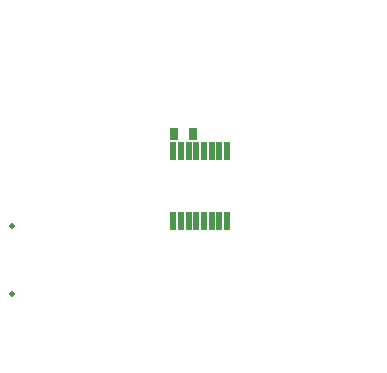
<source format=gbs>
G04*
G04 #@! TF.GenerationSoftware,Altium Limited,Altium Designer,26.1.1 (7)*
G04*
G04 Layer_Color=16711935*
%FSLAX44Y44*%
%MOMM*%
G71*
G04*
G04 #@! TF.SameCoordinates,CD2F593A-4D2A-49AD-B025-98148D784466*
G04*
G04*
G04 #@! TF.FilePolarity,Negative*
G04*
G01*
G75*
%ADD91C,0.4750*%
%ADD92C,0.1270*%
%ADD108R,0.8000X1.0000*%
%ADD109R,0.6000X1.6250*%
D91*
X-159390Y-33330D02*
D03*
Y-91130D02*
D03*
D92*
X150000Y-150000D02*
D03*
X-150000Y150000D02*
D03*
X150000Y150000D02*
D03*
X-150000Y-150000D02*
D03*
D108*
X-5970Y44450D02*
D03*
X-21970D02*
D03*
D109*
X22693Y29625D02*
D03*
X16193D02*
D03*
X9693D02*
D03*
X3193D02*
D03*
X-3307D02*
D03*
X-9807D02*
D03*
X-16307D02*
D03*
X-22807D02*
D03*
Y-29135D02*
D03*
X-16307D02*
D03*
X-9807D02*
D03*
X-3307D02*
D03*
X3193D02*
D03*
X9693D02*
D03*
X16193D02*
D03*
X22693D02*
D03*
M02*

</source>
